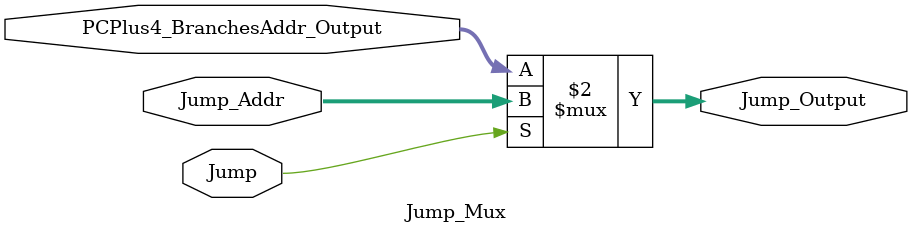
<source format=v>
module Jump_Mux (Jump_Output, Jump , Jump_Addr , PCPlus4_BranchesAddr_Output) ;

  // Scalers 
  
    input Jump ; 
  
  // Vectors 
  
   input      [31:0] Jump_Addr , PCPlus4_BranchesAddr_Output ; 
	
	output  [31:0] Jump_Output ;
	
  /***********************************/
  
  // Select either 'Jump_Addr' from the register file or the PCPlus4_BranchesAddr_Output as the second input for the Next MUX.
    // if Jump = 0  --> Output = PCPlus4_BranchesAddr_Output
    // if Jump = 1  --> Output = Jump_Addr 
       
		 assign Jump_Output =   (!Jump) ? PCPlus4_BranchesAddr_Output : Jump_Addr ;  



endmodule
</source>
